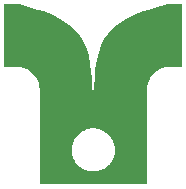
<source format=gtl>
G04 This is an RS-274x file exported by *
G04 gerbv version 2.10.1-dev~93f1b5 *
G04 More information is available about gerbv at *
G04 https://gerbv.github.io/ *
G04 --End of header info--*
%MOIN*%
%FSLAX36Y36*%
%IPPOS*%
G04 --Define apertures--*
%ADD10C,0.0000*%
%ADD11C,0.0000*%
%ADD12C,0.0000*%
G04 --Start main section--*
G54D12*
G36*
G01X0013780Y0395335D02*
G01X0055118Y0395335D01*
G01X0057598Y0395294D01*
G01X0062547Y0394970D01*
G01X0067464Y0394322D01*
G01X0072328Y0393355D01*
G01X0077118Y0392071D01*
G01X0081814Y0390477D01*
G01X0086396Y0388579D01*
G01X0090844Y0386386D01*
G01X0095139Y0383906D01*
G01X0099263Y0381151D01*
G01X0103197Y0378132D01*
G01X0106926Y0374862D01*
G01X0110433Y0371355D01*
G01X0113703Y0367627D01*
G01X0116722Y0363692D01*
G01X0119477Y0359568D01*
G01X0121957Y0355273D01*
G01X0124150Y0350825D01*
G01X0126048Y0346243D01*
G01X0127642Y0341547D01*
G01X0128926Y0336757D01*
G01X0129894Y0331893D01*
G01X0130541Y0326976D01*
G01X0130865Y0322027D01*
G01X0130906Y0319547D01*
G01X0130906Y0319547D01*
G01X0130906Y0002618D01*
G01X0489173Y0002618D01*
G01X0489173Y0319547D01*
G01X0489214Y0322027D01*
G01X0489538Y0326976D01*
G01X0490186Y0331893D01*
G01X0491153Y0336757D01*
G01X0492437Y0341547D01*
G01X0494031Y0346243D01*
G01X0495929Y0350825D01*
G01X0498122Y0355273D01*
G01X0500602Y0359568D01*
G01X0503357Y0363692D01*
G01X0506376Y0367627D01*
G01X0509646Y0371355D01*
G01X0513153Y0374862D01*
G01X0516882Y0378132D01*
G01X0520816Y0381151D01*
G01X0524940Y0383906D01*
G01X0529235Y0386386D01*
G01X0533683Y0388579D01*
G01X0538265Y0390477D01*
G01X0542961Y0392071D01*
G01X0547751Y0393355D01*
G01X0552615Y0394322D01*
G01X0557532Y0394970D01*
G01X0562481Y0395294D01*
G01X0564961Y0395335D01*
G01X0564961Y0395335D01*
G01X0606299Y0395335D01*
G01X0606299Y0604095D01*
G01X0559277Y0604095D01*
G01X0535120Y0597885D01*
G01X0513310Y0591676D01*
G01X0493615Y0585466D01*
G01X0475833Y0579257D01*
G01X0445277Y0566838D01*
G01X0420365Y0554419D01*
G01X0400054Y0542001D01*
G01X0383494Y0529582D01*
G01X0369992Y0517163D01*
G01X0358984Y0504744D01*
G01X0346164Y0486116D01*
G01X0336726Y0467488D01*
G01X0331862Y0455069D01*
G01X0324663Y0430231D01*
G01X0319878Y0405394D01*
G01X0316697Y0380556D01*
G01X0314583Y0355719D01*
G01X0313177Y0330881D01*
G01X0312243Y0306043D01*
G01X0311208Y0256368D01*
G01X0310752Y0206693D01*
G01X0310752Y0189706D01*
G01X0313198Y0189641D01*
G01X0318077Y0189259D01*
G01X0322919Y0188547D01*
G01X0327700Y0187507D01*
G01X0332400Y0186144D01*
G01X0336997Y0184465D01*
G01X0341468Y0182476D01*
G01X0345794Y0180188D01*
G01X0349954Y0177612D01*
G01X0353930Y0174758D01*
G01X0357702Y0171640D01*
G01X0361253Y0168273D01*
G01X0364567Y0164672D01*
G01X0367628Y0160854D01*
G01X0370422Y0156837D01*
G01X0372937Y0152639D01*
G01X0375161Y0148280D01*
G01X0377082Y0143779D01*
G01X0378693Y0139158D01*
G01X0379986Y0134438D01*
G01X0380954Y0129642D01*
G01X0381595Y0124790D01*
G01X0381904Y0119906D01*
G01X0381879Y0115013D01*
G01X0381522Y0110132D01*
G01X0380834Y0105287D01*
G01X0379818Y0100500D01*
G01X0378478Y0095793D01*
G01X0376821Y0091189D01*
G01X0374855Y0086707D01*
G01X0372589Y0082370D01*
G01X0370033Y0078197D01*
G01X0367199Y0074208D01*
G01X0364100Y0070420D01*
G01X0360751Y0066853D01*
G01X0357166Y0063521D01*
G01X0353363Y0060441D01*
G01X0349360Y0057626D01*
G01X0345175Y0055091D01*
G01X0340826Y0052846D01*
G01X0336335Y0050902D01*
G01X0331722Y0049268D01*
G01X0327009Y0047952D01*
G01X0322217Y0046960D01*
G01X0317368Y0046296D01*
G01X0312486Y0045962D01*
G01X0307593Y0045962D01*
G01X0302711Y0046296D01*
G01X0297862Y0046960D01*
G01X0293070Y0047952D01*
G01X0288357Y0049268D01*
G01X0283744Y0050902D01*
G01X0279253Y0052846D01*
G01X0274904Y0055091D01*
G01X0270719Y0057626D01*
G01X0266716Y0060441D01*
G01X0262913Y0063521D01*
G01X0259328Y0066853D01*
G01X0255979Y0070420D01*
G01X0252880Y0074208D01*
G01X0250046Y0078197D01*
G01X0247490Y0082370D01*
G01X0245224Y0086707D01*
G01X0243258Y0091189D01*
G01X0241601Y0095793D01*
G01X0240261Y0100500D01*
G01X0239245Y0105287D01*
G01X0238557Y0110132D01*
G01X0238200Y0115013D01*
G01X0238175Y0119906D01*
G01X0238484Y0124790D01*
G01X0239125Y0129642D01*
G01X0240093Y0134438D01*
G01X0241386Y0139158D01*
G01X0242997Y0143779D01*
G01X0244918Y0148280D01*
G01X0247142Y0152639D01*
G01X0249657Y0156837D01*
G01X0252451Y0160854D01*
G01X0255512Y0164672D01*
G01X0258826Y0168273D01*
G01X0262377Y0171640D01*
G01X0266149Y0174758D01*
G01X0270125Y0177612D01*
G01X0274285Y0180188D01*
G01X0278611Y0182476D01*
G01X0283082Y0184465D01*
G01X0287679Y0186144D01*
G01X0292379Y0187507D01*
G01X0297160Y0188547D01*
G01X0302002Y0189259D01*
G01X0306881Y0189641D01*
G01X0309327Y0189706D01*
G01X0309327Y0189706D01*
G01X0309327Y0206693D01*
G01X0308871Y0256368D01*
G01X0307836Y0306043D01*
G01X0306902Y0330881D01*
G01X0305496Y0355719D01*
G01X0303382Y0380556D01*
G01X0300201Y0405394D01*
G01X0295416Y0430231D01*
G01X0288217Y0455069D01*
G01X0283353Y0467488D01*
G01X0273915Y0486116D01*
G01X0261095Y0504744D01*
G01X0250087Y0517163D01*
G01X0236585Y0529582D01*
G01X0220025Y0542001D01*
G01X0199714Y0554419D01*
G01X0174802Y0566838D01*
G01X0144246Y0579257D01*
G01X0126464Y0585466D01*
G01X0106769Y0591676D01*
G01X0084959Y0597885D01*
G01X0060802Y0604095D01*
G01X0013780Y0604095D01*
G01X0013780Y0395335D01*
G37*
G36*
G01X0013780Y0395335D02*
G37*
M02*

</source>
